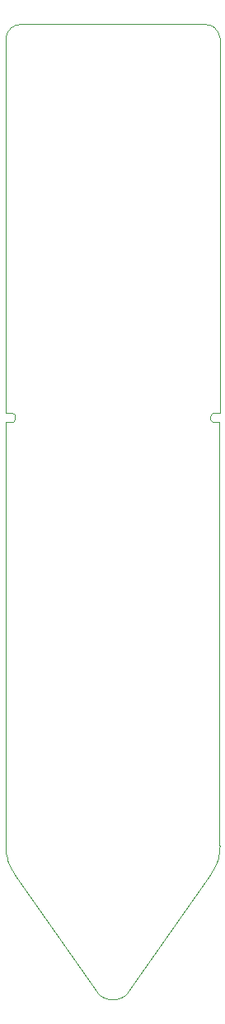
<source format=gm1>
G04*
G04 #@! TF.GenerationSoftware,Altium Limited,Altium Designer,19.0.15 (446)*
G04*
G04 Layer_Color=16711935*
%FSLAX25Y25*%
%MOIN*%
G70*
G01*
G75*
%ADD16C,0.00050*%
D16*
X86639Y387820D02*
X86550Y388846D01*
X86283Y389840D01*
X85848Y390773D01*
X85258Y391616D01*
X84530Y392344D01*
X83686Y392935D01*
X82753Y393370D01*
X81759Y393636D01*
X80734Y393726D01*
X5931D02*
X4905Y393636D01*
X3911Y393370D01*
X2978Y392935D01*
X2135Y392344D01*
X1407Y391616D01*
X816Y390773D01*
X381Y389840D01*
X115Y388846D01*
X25Y387820D01*
Y62227D02*
X51Y61225D01*
X127Y60226D01*
X254Y59232D01*
X432Y58246D01*
X659Y57270D01*
X936Y56307D01*
X1262Y55360D01*
X1635Y54430D01*
X2055Y53520D01*
X2521Y52633D01*
X3031Y51771D01*
X3585Y50936D01*
X36882Y3383D02*
X37511Y2596D01*
X38236Y1897D01*
X39044Y1295D01*
X39922Y802D01*
X40855Y425D01*
X41830Y170D01*
X42829Y41D01*
X43836D01*
X44835Y170D01*
X45809Y425D01*
X46743Y802D01*
X47621Y1295D01*
X48428Y1897D01*
X49153Y2596D01*
X49782Y3383D01*
X83079Y50936D02*
X83633Y51771D01*
X84143Y52633D01*
X84609Y53520D01*
X85029Y54430D01*
X85403Y55360D01*
X85728Y56307D01*
X86005Y57270D01*
X86233Y58246D01*
X86410Y59232D01*
X86537Y60226D01*
X86614Y61225D01*
X86639Y62227D01*
X84696Y237000D02*
X83704Y236748D01*
X82973Y236032D01*
X82700Y235045D01*
X82959Y234055D01*
X83680Y233329D01*
X84668Y233063D01*
X2000D02*
X2988Y233329D01*
X3709Y234055D01*
X3968Y235045D01*
X3696Y236032D01*
X2965Y236748D01*
X1973Y237000D01*
X5931Y393726D02*
X80734D01*
X3585Y50936D02*
X36882Y3383D01*
X49782D02*
X83079Y50936D01*
X86639Y237000D02*
X86639Y387820D01*
X84668Y233063D02*
X86637D01*
X84696Y237000D02*
X86664D01*
X86637Y62227D02*
X86637Y233063D01*
X25D02*
X25Y62227D01*
X4Y237000D02*
X1973D01*
X0Y233063D02*
X1969D01*
X4Y387820D02*
X4Y237000D01*
X86639Y387820D02*
X86550Y388846D01*
X86283Y389840D01*
X85848Y390773D01*
X85258Y391616D01*
X84530Y392344D01*
X83686Y392935D01*
X82753Y393370D01*
X81759Y393636D01*
X80734Y393726D01*
X5931D02*
X4905Y393636D01*
X3911Y393370D01*
X2978Y392935D01*
X2135Y392344D01*
X1407Y391616D01*
X816Y390773D01*
X381Y389840D01*
X115Y388846D01*
X25Y387820D01*
Y62227D02*
X51Y61225D01*
X127Y60226D01*
X254Y59232D01*
X432Y58246D01*
X659Y57270D01*
X936Y56307D01*
X1262Y55360D01*
X1635Y54430D01*
X2055Y53520D01*
X2521Y52633D01*
X3031Y51771D01*
X3585Y50936D01*
X36882Y3383D02*
X37511Y2596D01*
X38236Y1897D01*
X39044Y1295D01*
X39922Y802D01*
X40855Y425D01*
X41830Y170D01*
X42829Y41D01*
X43836D01*
X44835Y170D01*
X45809Y425D01*
X46743Y802D01*
X47621Y1295D01*
X48428Y1897D01*
X49153Y2596D01*
X49782Y3383D01*
X83079Y50936D02*
X83633Y51771D01*
X84143Y52633D01*
X84609Y53520D01*
X85029Y54430D01*
X85403Y55360D01*
X85728Y56307D01*
X86005Y57270D01*
X86233Y58246D01*
X86410Y59232D01*
X86537Y60226D01*
X86614Y61225D01*
X86639Y62227D01*
X84696Y237000D02*
X83704Y236748D01*
X82973Y236032D01*
X82700Y235045D01*
X82959Y234055D01*
X83680Y233329D01*
X84668Y233063D01*
X2000D02*
X2988Y233329D01*
X3709Y234055D01*
X3968Y235045D01*
X3696Y236032D01*
X2965Y236748D01*
X1973Y237000D01*
X5931Y393726D02*
X80734D01*
X3585Y50936D02*
X36882Y3383D01*
X49782D02*
X83079Y50936D01*
X86639Y237000D02*
X86639Y387820D01*
X84668Y233063D02*
X86637D01*
X84696Y237000D02*
X86664D01*
X86637Y62227D02*
X86637Y233063D01*
X25D02*
X25Y62227D01*
X4Y237000D02*
X1973D01*
X0Y233063D02*
X1969D01*
X4Y387820D02*
X4Y237000D01*
M02*

</source>
